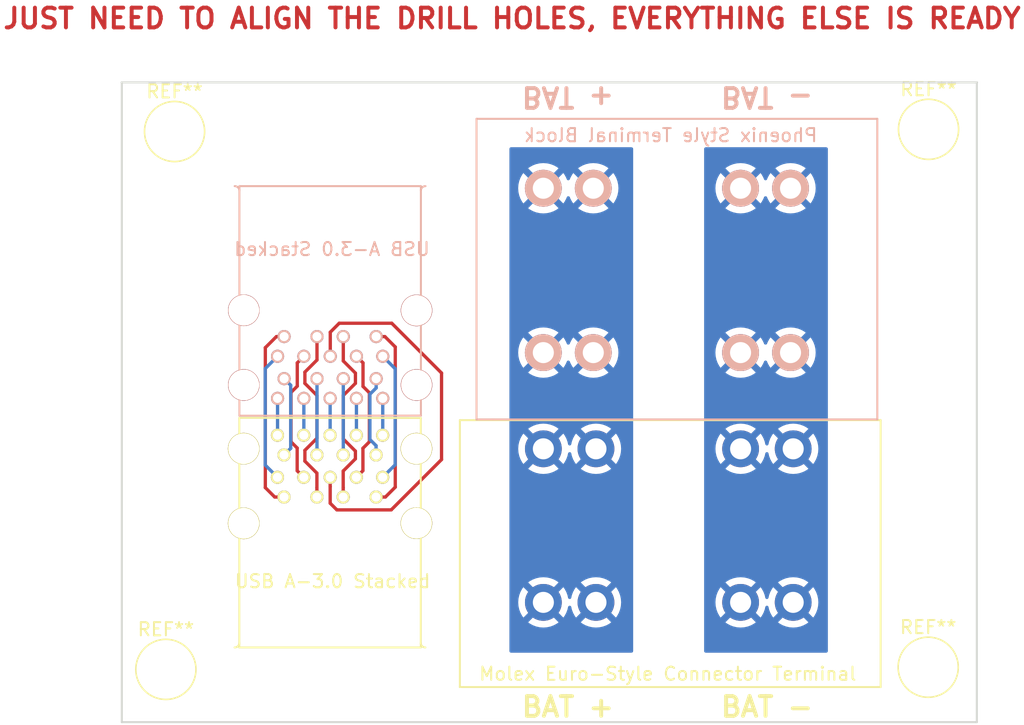
<source format=kicad_pcb>
(kicad_pcb (version 20221018) (generator pcbnew)
  (layers (0 "F.Cu" signal) (31 "B.Cu" signal) (34 "B.Paste" user) (35 "F.Paste" user) (36 "B.SilkS" user "B.Silkscreen") (37 "F.SilkS" user "F.Silkscreen") (38 "B.Mask" user) (39 "F.Mask" user) (44 "Edge.Cuts" user))
  (net 0 "")
  (net 1 "Net-(J1-Pad4)")
  (net 2 "Net-(J1-Pad1)")
  (net 3 "Net-(J1-Pad2)")
  (net 4 "Net-(J1-Pad3)")
  (net 5 "Net-(J1-Pad5)")
  (net 6 "Net-(J1-Pad6)")
  (net 7 "Net-(J1-Pad7)")
  (net 8 "Net-(J1-Pad8)")
  (net 9 "Net-(J1-Pad9)")
  (net 10 "Net-(J1-Pad10)")
  (net 11 "Net-(J1-Pad11)")
  (net 12 "Net-(J1-Pad12)")
  (net 13 "Net-(J1-Pad13)")
  (net 14 "Net-(J1-Pad14)")
  (net 15 "Net-(J1-Pad15)")
  (net 16 "Net-(J1-Pad16)")
  (net 17 "Net-(J1-Pad17)")
  (net 18 "Net-(J1-Pad18)")
  (net 19 "Net-(U1-Pad1)")
  (net 20 "Net-(U1-Pad2)")
  (footprint "USST-footprints:USB-A_3.0_Stacked_WM10420-ND" (layer "F.Cu") (at 128.25428 127.0508 90)
    (fp_text reference "USB A-3.0 Stacked" (at -8.90524 0.762 180) (layer "F.SilkS"))
    (fp_text value "Conn_02x09_Odd_Even")
    (fp_line (start -13.94 -6.33) (end -13.94 7.47) (stroke (width 0.15)) (layer "F.SilkS"))
    (fp_line (start -13.94 7.47) (end 3.52 7.47) (stroke (width 0.15)) (layer "F.SilkS"))
    (fp_line (start 3.51 7.47) (end 3.52 -6.33) (stroke (width 0.15)) (layer "F.SilkS"))
    (fp_line (start 3.52 -6.33) (end -13.94 -6.33) (stroke (width 0.15)) (layer "F.SilkS"))
    (fp_arc (start -13.94 7.82) (mid -13.847487 7.576655) (end -13.61 7.47) (stroke (width 0.15)) (layer "F.SilkS"))
    (fp_arc (start -13.6 -6.33) (mid -13.844558 -6.439584) (end -13.94 -6.69) (stroke (width 0.15)) (layer "F.SilkS"))
    (pad "" thru_hole circle (at -4.5 -6 90) (size 2.4 2.4) (drill 2.3) (layers "*.Cu" "*.Mask" "F.SilkS"))
    (pad "" thru_hole circle (at -4.49 7.14 90) (size 2.4 2.4) (drill 2.3) (layers "*.Cu" "*.Mask" "F.SilkS"))
    (pad "" thru_hole circle (at 1.18 -6 90) (size 2.4 2.4) (drill 2.3) (layers "*.Cu" "*.Mask" "F.SilkS"))
    (pad "" thru_hole circle (at 1.18 7.14 90) (size 2.4 2.4) (drill 2.3) (layers "*.Cu" "*.Mask" "F.SilkS"))
    (pad "1" thru_hole circle (at -2.5 -2.93 90) (size 1 1) (drill 0.7) (layers "*.Cu" "*.Mask" "F.SilkS") (net 2 "Net-(J1-Pad1)"))
    (pad "2" thru_hole circle (at -2.5 -0.43 90) (size 1 1) (drill 0.7) (layers "*.Cu" "*.Mask" "F.SilkS") (net 3 "Net-(J1-Pad2)"))
    (pad "3" thru_hole circle (at -2.5 1.57 90) (size 1 1) (drill 0.7) (layers "*.Cu" "*.Mask" "F.SilkS") (net 4 "Net-(J1-Pad3)"))
    (pad "4" thru_hole circle (at -2.5 4.07 90) (size 1 1) (drill 0.7) (layers "*.Cu" "*.Mask" "F.SilkS") (net 1 "Net-(J1-Pad4)"))
    (pad "5" thru_hole circle (at -1 4.57 90) (size 1 1) (drill 0.7) (layers "*.Cu" "*.Mask" "F.SilkS") (net 5 "Net-(J1-Pad5)"))
    (pad "6" thru_hole circle (at -1 2.57 90) (size 1 1) (drill 0.7) (layers "*.Cu" "*.Mask" "F.SilkS") (net 6 "Net-(J1-Pad6)"))
    (pad "7" thru_hole circle (at -1 0.58 90) (size 1 1) (drill 0.7) (layers "*.Cu" "*.Mask" "F.SilkS") (net 7 "Net-(J1-Pad7)"))
    (pad "8" thru_hole circle (at -1 -1.43 90) (size 1 1) (drill 0.7) (layers "*.Cu" "*.Mask" "F.SilkS") (net 8 "Net-(J1-Pad8)"))
    (pad "9" thru_hole circle (at -1 -3.43 90) (size 1 1) (drill 0.7) (layers "*.Cu" "*.Mask" "F.SilkS") (net 9 "Net-(J1-Pad9)"))
    (pad "10" thru_hole circle (at 0.7 -2.93 90) (size 1 1) (drill 0.7) (layers "*.Cu" "*.Mask" "F.SilkS") (net 10 "Net-(J1-Pad10)"))
    (pad "11" thru_hole circle (at 0.7 -0.43 90) (size 1 1) (drill 0.7) (layers "*.Cu" "*.Mask" "F.SilkS") (net 11 "Net-(J1-Pad11)"))
    (pad "12" thru_hole circle (at 0.7 1.57 90) (size 1 1) (drill 0.7) (layers "*.Cu" "*.Mask" "F.SilkS") (net 12 "Net-(J1-Pad12)"))
    (pad "13" thru_hole circle (at 0.7 4.07 90) (size 1 1) (drill 0.7) (layers "*.Cu" "*.Mask" "F.SilkS") (net 13 "Net-(J1-Pad13)"))
    (pad "14" thru_hole circle (at 2.2 4.57 90) (size 1 1) (drill 0.7) (layers "*.Cu" "*.Mask" "F.SilkS") (net 14 "Net-(J1-Pad14)"))
    (pad "15" thru_hole circle (at 2.2 2.57 90) (size 1 1) (drill 0.7) (layers "*.Cu" "*.Mask" "F.SilkS") (net 15 "Net-(J1-Pad15)"))
    (pad "16" thru_hole circle (at 2.2 0.57 90) (size 1 1) (drill 0.7) (layers "*.Cu" "*.Mask" "F.SilkS") (net 16 "Net-(J1-Pad16)"))
    (pad "17" thru_hole circle (at 2.2 -1.43 90) (size 1 1) (drill 0.7) (layers "*.Cu" "*.Mask" "F.SilkS") (net 17 "Net-(J1-Pad17)"))
    (pad "18" thru_hole circle (at 2.2 -3.43 90) (size 1 1) (drill 0.7) (layers "*.Cu" "*.Mask" "F.SilkS") (net 18 "Net-(J1-Pad18)"))
  )
  (footprint "USST-footprints:MolexEuroStyleTerminalBlock2Position" (layer "F.Cu") (at 154.6972 144.0024)
    (fp_text reference "Molex Euro-Style Connector Terminal" (at -0.18948 -1.00548) (layer "F.SilkS"))
    (fp_text value "PowerConnector")
    (fp_line (start -16 0) (end -16 -20.3) (stroke (width 0.15)) (layer "F.SilkS"))
    (fp_line (start 16 -20.3) (end -16 -20.3) (stroke (width 0.15)) (layer "F.SilkS"))
    (fp_line (start 16 0) (end -16 0) (stroke (width 0.15)) (layer "F.SilkS"))
    (fp_line (start 16 0) (end 16 -20.3) (stroke (width 0.15)) (layer "F.SilkS"))
    (pad "1" thru_hole circle (at -9.65 -18.12) (size 2.8 2.8) (drill 1.6) (layers "*.Cu" "*.Mask") (net 19 "Net-(U1-Pad1)"))
    (pad "1" thru_hole circle (at -9.65 -6.44) (size 2.8 2.8) (drill 1.6) (layers "*.Cu" "*.Mask") (net 19 "Net-(U1-Pad1)"))
    (pad "1" thru_hole circle (at -5.65 -18.12) (size 2.8 2.8) (drill 1.6) (layers "*.Cu" "*.Mask") (net 19 "Net-(U1-Pad1)"))
    (pad "1" thru_hole circle (at -5.65 -6.44) (size 2.8 2.8) (drill 1.6) (layers "*.Cu" "*.Mask") (net 19 "Net-(U1-Pad1)"))
    (pad "2" thru_hole circle (at 5.35 -18.12) (size 2.8 2.8) (drill 1.6) (layers "*.Cu" "*.Mask") (net 20 "Net-(U1-Pad2)"))
    (pad "2" thru_hole circle (at 5.35 -6.44) (size 2.8 2.8) (drill 1.6) (layers "*.Cu" "*.Mask") (net 20 "Net-(U1-Pad2)"))
    (pad "2" thru_hole circle (at 9.35 -18.12) (size 2.8 2.8) (drill 1.6) (layers "*.Cu" "*.Mask") (net 20 "Net-(U1-Pad2)"))
    (pad "2" thru_hole circle (at 9.35 -6.44) (size 2.8 2.8) (drill 1.6) (layers "*.Cu" "*.Mask") (net 20 "Net-(U1-Pad2)"))
  )
  (footprint "Connectors:1pin" (layer "F.Cu") (at 174.34004 101.5873)
    (fp_text reference "REF**" (at 0 -3.048) (layer "F.SilkS"))
    (fp_text value "1pin")
    (fp_circle (center 0 0) (end 0 -2.286) (stroke (width 0.12)) (fill none) (layer "F.SilkS"))
    (pad "" np_thru_hole circle (at 0 0) (size 3.2 3.2) (drill 3.2) (layers "*.Cu" "*.Mask"))
  )
  (footprint "Connectors:1pin" (layer "F.Cu") (at 174.31464 142.494)
    (fp_text reference "REF**" (at 0 -3.048) (layer "F.SilkS"))
    (fp_text value "1pin")
    (fp_circle (center 0 0) (end 0 -2.286) (stroke (width 0.12)) (fill none) (layer "F.SilkS"))
    (pad "" np_thru_hole circle (at 0 0) (size 3.2 3.2) (drill 3.2) (layers "*.Cu" "*.Mask"))
  )
  (footprint "Connectors:1pin" (layer "F.Cu") (at 116.33914 142.6591)
    (fp_text reference "REF**" (at 0 -3.048) (layer "F.SilkS"))
    (fp_text value "1pin")
    (fp_circle (center 0 0) (end 0 -2.286) (stroke (width 0.12)) (fill none) (layer "F.SilkS"))
    (pad "" np_thru_hole circle (at 0 0) (size 3.2 3.2) (drill 3.2) (layers "*.Cu" "*.Mask"))
  )
  (footprint "Connectors:1pin" (layer "F.Cu") (at 116.99954 101.7524)
    (fp_text reference "REF**" (at 0 -3.048) (layer "F.SilkS"))
    (fp_text value "1pin")
    (fp_circle (center 0 0) (end 0 -2.286) (stroke (width 0.12)) (fill none) (layer "F.SilkS"))
    (pad "" np_thru_hole circle (at 0 0) (size 3.2 3.2) (drill 3.2) (layers "*.Cu" "*.Mask"))
  )
  (footprint "USST-footprints:USB-A_3.0_Stacked_WM10420-ND" (layer "B.Cu") (at 128.26136 119.847 -90)
    (fp_text reference "USB A-3.0 Stacked" (at -9.14872 -0.7092) (layer "B.SilkS") (effects (justify mirror)))
    (fp_text value "Conn_02x09_Odd_Even")
    (fp_line (start -13.94 -7.47) (end 3.52 -7.47) (stroke (width 0.15)) (layer "B.SilkS"))
    (fp_line (start -13.94 6.33) (end -13.94 -7.47) (stroke (width 0.15)) (layer "B.SilkS"))
    (fp_line (start 3.51 -7.47) (end 3.52 6.33) (stroke (width 0.15)) (layer "B.SilkS"))
    (fp_line (start 3.52 6.33) (end -13.94 6.33) (stroke (width 0.15)) (layer "B.SilkS"))
    (fp_arc (start -13.94 6.69) (mid -13.844558 6.439584) (end -13.6 6.33) (stroke (width 0.15)) (layer "B.SilkS"))
    (fp_arc (start -13.61 -7.47) (mid -13.847487 -7.576655) (end -13.94 -7.82) (stroke (width 0.15)) (layer "B.SilkS"))
    (pad "" thru_hole circle (at -4.5 6 270) (size 2.4 2.4) (drill 2.3) (layers "*.Cu" "*.Mask" "B.SilkS"))
    (pad "" thru_hole circle (at -4.49 -7.14 270) (size 2.4 2.4) (drill 2.3) (layers "*.Cu" "*.Mask" "B.SilkS"))
    (pad "" thru_hole circle (at 1.18 -7.14 270) (size 2.4 2.4) (drill 2.3) (layers "*.Cu" "*.Mask" "B.SilkS"))
    (pad "" thru_hole circle (at 1.18 6 270) (size 2.4 2.4) (drill 2.3) (layers "*.Cu" "*.Mask" "B.SilkS"))
    (pad "1" thru_hole circle (at -2.5 2.93 270) (size 1 1) (drill 0.7) (layers "*.Cu" "*.Mask" "B.SilkS") (net 2 "Net-(J1-Pad1)"))
    (pad "2" thru_hole circle (at -2.5 0.43 270) (size 1 1) (drill 0.7) (layers "*.Cu" "*.Mask" "B.SilkS") (net 3 "Net-(J1-Pad2)"))
    (pad "3" thru_hole circle (at -2.5 -1.57 270) (size 1 1) (drill 0.7) (layers "*.Cu" "*.Mask" "B.SilkS") (net 4 "Net-(J1-Pad3)"))
    (pad "4" thru_hole circle (at -2.5 -4.07 270) (size 1 1) (drill 0.7) (layers "*.Cu" "*.Mask" "B.SilkS") (net 1 "Net-(J1-Pad4)"))
    (pad "5" thru_hole circle (at -1 -4.57 270) (size 1 1) (drill 0.7) (layers "*.Cu" "*.Mask" "B.SilkS") (net 5 "Net-(J1-Pad5)"))
    (pad "6" thru_hole circle (at -1 -2.57 270) (size 1 1) (drill 0.7) (layers "*.Cu" "*.Mask" "B.SilkS") (net 6 "Net-(J1-Pad6)"))
    (pad "7" thru_hole circle (at -1 -0.58 270) (size 1 1) (drill 0.7) (layers "*.Cu" "*.Mask" "B.SilkS") (net 7 "Net-(J1-Pad7)"))
    (pad "8" thru_hole circle (at -1 1.43 270) (size 1 1) (drill 0.7) (layers "*.Cu" "*.Mask" "B.SilkS") (net 8 "Net-(J1-Pad8)"))
    (pad "9" thru_hole circle (at -1 3.43 270) (size 1 1) (drill 0.7) (layers "*.Cu" "*.Mask" "B.SilkS") (net 9 "Net-(J1-Pad9)"))
    (pad "10" thru_hole circle (at 0.7 2.93 270) (size 1 1) (drill 0.7) (layers "*.Cu" "*.Mask" "B.SilkS") (net 10 "Net-(J1-Pad10)"))
    (pad "11" thru_hole circle (at 0.7 0.43 270) (size 1 1) (drill 0.7) (layers "*.Cu" "*.Mask" "B.SilkS") (net 11 "Net-(J1-Pad11)"))
    (pad "12" thru_hole circle (at 0.7 -1.57 270) (size 1 1) (drill 0.7) (layers "*.Cu" "*.Mask" "B.SilkS") (net 12 "Net-(J1-Pad12)"))
    (pad "13" thru_hole circle (at 0.7 -4.07 270) (size 1 1) (drill 0.7) (layers "*.Cu" "*.Mask" "B.SilkS") (net 13 "Net-(J1-Pad13)"))
    (pad "14" thru_hole circle (at 2.2 -4.57 270) (size 1 1) (drill 0.7) (layers "*.Cu" "*.Mask" "B.SilkS") (net 14 "Net-(J1-Pad14)"))
    (pad "15" thru_hole circle (at 2.2 -2.57 270) (size 1 1) (drill 0.7) (layers "*.Cu" "*.Mask" "B.SilkS") (net 15 "Net-(J1-Pad15)"))
    (pad "16" thru_hole circle (at 2.2 -0.57 270) (size 1 1) (drill 0.7) (layers "*.Cu" "*.Mask" "B.SilkS") (net 16 "Net-(J1-Pad16)"))
    (pad "17" thru_hole circle (at 2.2 1.43 270) (size 1 1) (drill 0.7) (layers "*.Cu" "*.Mask" "B.SilkS") (net 17 "Net-(J1-Pad17)"))
    (pad "18" thru_hole circle (at 2.2 3.43 270) (size 1 1) (drill 0.7) (layers "*.Cu" "*.Mask" "B.SilkS") (net 18 "Net-(J1-Pad18)"))
  )
  (footprint "USST-footprints:Phoenix_Contact_1770539" (layer "B.Cu") (at 145.044 118.5672)
    (fp_text reference "Phoenix Style Terminal Block" (at 9.68724 -16.53032) (layer "B.SilkS") (effects (justify mirror)))
    (fp_text value "PowerConnector")
    (fp_line (start -5.08 -17.78) (end -5.08 5.08) (stroke (width 0.15)) (layer "B.SilkS"))
    (fp_line (start -5.08 5.08) (end -3.81 5.08) (stroke (width 0.15)) (layer "B.SilkS"))
    (fp_line (start -3.81 5.08) (end 25.4 5.08) (stroke (width 0.15)) (layer "B.SilkS"))
    (fp_line (start 25.4 -17.78) (end -5.08 -17.78) (stroke (width 0.15)) (layer "B.SilkS"))
    (fp_line (start 25.4 5.08) (end 25.4 -17.78) (stroke (width 0.15)) (layer "B.SilkS"))
    (pad "1" thru_hole circle (at 0 -12.5) (size 2.8 2.8) (drill 1.6) (layers "*.Cu" "*.Mask" "B.SilkS") (net 19 "Net-(U1-Pad1)"))
    (pad "1" thru_hole circle (at 0 0) (size 2.8 2.8) (drill 1.6) (layers "*.Cu" "*.Mask" "B.SilkS") (net 19 "Net-(U1-Pad1)"))
    (pad "1" thru_hole circle (at 3.8 -12.5) (size 2.8 2.8) (drill 1.6) (layers "*.Cu" "*.Mask" "B.SilkS") (net 19 "Net-(U1-Pad1)"))
    (pad "1" thru_hole circle (at 3.8 0) (size 2.8 2.8) (drill 1.6) (layers "*.Cu" "*.Mask" "B.SilkS") (net 19 "Net-(U1-Pad1)"))
    (pad "2" thru_hole circle (at 15 -12.5) (size 2.8 2.8) (drill 1.6) (layers "*.Cu" "*.Mask" "B.SilkS") (net 20 "Net-(U1-Pad2)"))
    (pad "2" thru_hole circle (at 15 0) (size 2.8 2.8) (drill 1.6) (layers "*.Cu" "*.Mask" "B.SilkS") (net 20 "Net-(U1-Pad2)"))
    (pad "2" thru_hole circle (at 18.8 -12.5) (size 2.8 2.8) (drill 1.6) (layers "*.Cu" "*.Mask" "B.SilkS") (net 20 "Net-(U1-Pad2)"))
    (pad "2" thru_hole circle (at 18.8 0) (size 2.8 2.8) (drill 1.6) (layers "*.Cu" "*.Mask" "B.SilkS") (net 20 "Net-(U1-Pad2)"))
  )
  (gr_line (start 112.98634 98.0186) (end 178.03574 98.0186) (stroke (width 0.15)) (layer "Edge.Cuts"))
  (gr_line (start 112.98634 146.6723) (end 112.98634 98.0186) (stroke (width 0.15)) (layer "Edge.Cuts"))
  (gr_line (start 112.98634 98.0186) (end 112.97364 98.0186) (stroke (width 0.15)) (layer "Edge.Cuts"))
  (gr_line (start 178.01034 146.6723) (end 112.98634 146.6723) (stroke (width 0.15)) (layer "Edge.Cuts"))
  (gr_line (start 178.01034 98.0186) (end 178.01034 146.6723) (stroke (width 0.15)) (layer "Edge.Cuts"))
  (gr_text "JUST NEED TO ALIGN THE DRILL HOLES, EVERYTHING ELSE IS READY" (at 142.66624 93.1545) (layer "F.Cu") (effects (font (size 1.5 1.5) (thickness 0.3))))
  (gr_text "BAT +" (at 146.90804 99.13112 180) (layer "B.SilkS") (effects (font (size 1.5 1.5) (thickness 0.3)) (justify mirror)))
  (gr_text "BAT -" (at 162.05152 99.13112 180) (layer "B.SilkS") (effects (font (size 1.5 1.5) (thickness 0.3)) (justify mirror)))
  (gr_text "BAT -" (at 162.05152 145.51152) (layer "F.SilkS") (effects (font (size 1.5 1.5) (thickness 0.3))))
  (gr_text "BAT +" (at 146.90804 145.51152) (layer "F.SilkS") (effects (font (size 1.5 1.5) (thickness 0.3))))
  (segment (start 133.78357 118.137719) (end 133.78357 128.798616) (width 0.25) (layer "F.Cu") (net 1))
  (segment (start 132.992851 117.347) (end 133.78357 118.137719) (width 0.25) (layer "F.Cu") (net 1))
  (segment (start 133.78357 128.798616) (end 133.031386 129.5508) (width 0.25) (layer "F.Cu") (net 1))
  (segment (start 132.33136 117.347) (end 132.992851 117.347) (width 0.25) (layer "F.Cu") (net 1))
  (segment (start 133.031386 129.5508) (end 132.32428 129.5508) (width 0.25) (layer "F.Cu") (net 1))
  (segment (start 124.617174 129.5508) (end 125.32428 129.5508) (width 0.25) (layer "F.Cu") (net 2))
  (segment (start 123.901795 118.191007) (end 123.901795 128.835421) (width 0.25) (layer "F.Cu") (net 2))
  (segment (start 124.745802 117.347) (end 123.901795 118.191007) (width 0.25) (layer "F.Cu") (net 2))
  (segment (start 123.901795 128.835421) (end 124.617174 129.5508) (width 0.25) (layer "F.Cu") (net 2))
  (segment (start 125.33136 117.347) (end 124.745802 117.347) (width 0.25) (layer "F.Cu") (net 2))
  (segment (start 126.911103 125.997843) (end 126.911103 126.82043) (width 0.25) (layer "F.Cu") (net 3))
  (segment (start 127.82428 127.733607) (end 127.82428 128.843694) (width 0.25) (layer "F.Cu") (net 3))
  (segment (start 127.828027 121.822665) (end 127.828027 125.080919) (width 0.25) (layer "F.Cu") (net 3))
  (segment (start 127.82428 128.843694) (end 127.82428 129.5508) (width 0.25) (layer "F.Cu") (net 3))
  (segment (start 126.910631 120.049019) (end 126.910631 120.905269) (width 0.25) (layer "F.Cu") (net 3))
  (segment (start 126.911103 126.82043) (end 127.82428 127.733607) (width 0.25) (layer "F.Cu") (net 3))
  (segment (start 127.828027 125.080919) (end 126.911103 125.997843) (width 0.25) (layer "F.Cu") (net 3))
  (segment (start 126.910631 120.905269) (end 127.828027 121.822665) (width 0.25) (layer "F.Cu") (net 3))
  (segment (start 127.83136 117.347) (end 127.83136 119.12829) (width 0.25) (layer "F.Cu") (net 3))
  (segment (start 127.83136 119.12829) (end 126.910631 120.049019) (width 0.25) (layer "F.Cu") (net 3))
  (segment (start 130.754486 120.902872) (end 129.835282 121.822076) (width 0.25) (layer "F.Cu") (net 4))
  (segment (start 129.835282 121.822076) (end 129.835282 125.1408) (width 0.25) (layer "F.Cu") (net 4))
  (segment (start 129.82428 128.843694) (end 129.82428 129.5508) (width 0.25) (layer "F.Cu") (net 4))
  (segment (start 129.835282 125.1408) (end 130.752801 126.058319) (width 0.25) (layer "F.Cu") (net 4))
  (segment (start 130.752801 126.643281) (end 129.82428 127.571802) (width 0.25) (layer "F.Cu") (net 4))
  (segment (start 129.82428 127.571802) (end 129.82428 128.843694) (width 0.25) (layer "F.Cu") (net 4))
  (segment (start 129.83136 119.202695) (end 130.754486 120.125821) (width 0.25) (layer "F.Cu") (net 4))
  (segment (start 129.83136 117.347) (end 129.83136 119.202695) (width 0.25) (layer "F.Cu") (net 4))
  (segment (start 130.752801 126.058319) (end 130.752801 126.643281) (width 0.25) (layer "F.Cu") (net 4))
  (segment (start 130.754486 120.125821) (end 130.754486 120.902872) (width 0.25) (layer "F.Cu") (net 4))
  (segment (start 133.324279 127.550801) (end 132.82428 128.0508) (width 0.25) (layer "B.Cu") (net 5))
  (segment (start 132.83136 118.847) (end 133.776648 119.792288) (width 0.25) (layer "B.Cu") (net 5))
  (segment (start 133.776648 127.098432) (end 133.324279 127.550801) (width 0.25) (layer "B.Cu") (net 5))
  (segment (start 133.776648 119.792288) (end 133.776648 127.098432) (width 0.25) (layer "B.Cu") (net 5))
  (segment (start 130.83136 118.847) (end 131.331359 119.346999) (width 0.25) (layer "F.Cu") (net 6))
  (segment (start 131.331359 119.346999) (end 131.331359 121.138585) (width 0.25) (layer "F.Cu") (net 6))
  (segment (start 131.815493 121.622719) (end 131.815493 125.348668) (width 0.25) (layer "F.Cu") (net 6))
  (segment (start 131.324279 127.547303) (end 130.82428 128.047302) (width 0.25) (layer "F.Cu") (net 6))
  (segment (start 131.324279 125.839882) (end 131.324279 127.547303) (width 0.25) (layer "F.Cu") (net 6))
  (segment (start 130.82428 128.047302) (end 130.82428 128.0508) (width 0.25) (layer "F.Cu") (net 6))
  (segment (start 131.331359 121.138585) (end 131.815493 121.622719) (width 0.25) (layer "F.Cu") (net 6))
  (segment (start 131.815493 125.348668) (end 131.324279 125.839882) (width 0.25) (layer "F.Cu") (net 6))
  (segment (start 128.84136 118.847) (end 128.84136 117.013591) (width 0.25) (layer "F.Cu") (net 7))
  (segment (start 128.83428 130.019378) (end 128.83428 128.757906) (width 0.25) (layer "F.Cu") (net 7))
  (segment (start 133.516488 116.332865) (end 137.303568 120.119945) (width 0.25) (layer "F.Cu") (net 7))
  (segment (start 133.475024 130.527505) (end 129.342407 130.527505) (width 0.25) (layer "F.Cu") (net 7))
  (segment (start 137.303568 120.119945) (end 137.303568 126.698961) (width 0.25) (layer "F.Cu") (net 7))
  (segment (start 128.84136 117.013591) (end 129.522086 116.332865) (width 0.25) (layer "F.Cu") (net 7))
  (segment (start 129.342407 130.527505) (end 128.83428 130.019378) (width 0.25) (layer "F.Cu") (net 7))
  (segment (start 129.522086 116.332865) (end 133.516488 116.332865) (width 0.25) (layer "F.Cu") (net 7))
  (segment (start 137.303568 126.698961) (end 133.475024 130.527505) (width 0.25) (layer "F.Cu") (net 7))
  (segment (start 128.83428 128.757906) (end 128.83428 128.0508) (width 0.25) (layer "F.Cu") (net 7))
  (segment (start 125.857303 125.354986) (end 126.324281 125.821964) (width 0.25) (layer "F.Cu") (net 8))
  (segment (start 126.83136 118.847) (end 126.331361 119.346999) (width 0.25) (layer "F.Cu") (net 8))
  (segment (start 126.324281 127.550801) (end 126.82428 128.0508) (width 0.25) (layer "F.Cu") (net 8))
  (segment (start 126.324281 125.821964) (end 126.324281 127.550801) (width 0.25) (layer "F.Cu") (net 8))
  (segment (start 126.331361 121.117394) (end 125.857303 121.591452) (width 0.25) (layer "F.Cu") (net 8))
  (segment (start 125.857303 121.591452) (end 125.857303 125.354986) (width 0.25) (layer "F.Cu") (net 8))
  (segment (start 126.331361 119.346999) (end 126.331361 121.117394) (width 0.25) (layer "F.Cu") (net 8))
  (segment (start 123.894872 127.121392) (end 124.324281 127.550801) (width 0.25) (layer "B.Cu") (net 9))
  (segment (start 123.894872 119.783488) (end 123.894872 127.121392) (width 0.25) (layer "B.Cu") (net 9))
  (segment (start 124.83136 118.847) (end 123.894872 119.783488) (width 0.25) (layer "B.Cu") (net 9))
  (segment (start 124.324281 127.550801) (end 124.82428 128.0508) (width 0.25) (layer "B.Cu") (net 9))
  (segment (start 125.831359 125.843721) (end 125.824279 125.850801) (width 0.25) (layer "B.Cu") (net 10))
  (segment (start 125.831359 121.046999) (end 125.831359 125.843721) (width 0.25) (layer "B.Cu") (net 10))
  (segment (start 125.33136 120.547) (end 125.831359 121.046999) (width 0.25) (layer "B.Cu") (net 10))
  (segment (start 125.824279 125.850801) (end 125.32428 126.3508) (width 0.25) (layer "B.Cu") (net 10))
  (segment (start 127.83136 120.547) (end 127.83136 126.34372) (width 0.25) (layer "B.Cu") (net 11))
  (segment (start 127.83136 126.34372) (end 127.82428 126.3508) (width 0.25) (layer "B.Cu") (net 11))
  (segment (start 129.83136 120.547) (end 129.83136 126.34372) (width 0.25) (layer "B.Cu") (net 12))
  (segment (start 129.83136 126.34372) (end 129.82428 126.3508) (width 0.25) (layer "B.Cu") (net 12))
  (segment (start 131.85551 125.174924) (end 132.32428 125.643694) (width 0.25) (layer "B.Cu") (net 13))
  (segment (start 132.33136 121.254106) (end 131.85551 121.729956) (width 0.25) (layer "B.Cu") (net 13))
  (segment (start 132.33136 120.547) (end 132.33136 121.254106) (width 0.25) (layer "B.Cu") (net 13))
  (segment (start 132.32428 125.643694) (end 132.32428 126.3508) (width 0.25) (layer "B.Cu") (net 13))
  (segment (start 131.85551 121.729956) (end 131.85551 125.174924) (width 0.25) (layer "B.Cu") (net 13))
  (segment (start 132.83136 124.84372) (end 132.82428 124.8508) (width 0.25) (layer "B.Cu") (net 14))
  (segment (start 132.83136 122.047) (end 132.83136 124.84372) (width 0.25) (layer "B.Cu") (net 14))
  (segment (start 130.83136 122.047) (end 130.83136 124.84372) (width 0.25) (layer "B.Cu") (net 15))
  (segment (start 130.83136 124.84372) (end 130.82428 124.8508) (width 0.25) (layer "B.Cu") (net 15))
  (segment (start 128.83136 122.047) (end 128.83136 124.84372) (width 0.25) (layer "B.Cu") (net 16))
  (segment (start 128.83136 124.84372) (end 128.82428 124.8508) (width 0.25) (layer "B.Cu") (net 16))
  (segment (start 126.83136 122.047) (end 126.83136 124.84372) (width 0.25) (layer "B.Cu") (net 17))
  (segment (start 126.83136 124.84372) (end 126.82428 124.8508) (width 0.25) (layer "B.Cu") (net 17))
  (segment (start 124.83136 124.84372) (end 124.82428 124.8508) (width 0.25) (layer "B.Cu") (net 18))
  (segment (start 124.83136 122.047) (end 124.83136 124.84372) (width 0.25) (layer "B.Cu") (net 18))
  (zone (net 19) (net_name "Net-(U1-Pad1)") (layer "B.Cu") (connect_pads (clearance 0.508)) (min_thickness 0.254) (fill yes (thermal_gap 0.508) (thermal_bridge_width 0.508))
    (polygon (pts (xy 151.87628 141.39164) (xy 142.46304 141.39164) (xy 142.46304 102.9462) (xy 151.87628 102.9462)))
  )
  (zone (net 20) (net_name "Net-(U1-Pad2)") (layer "B.Cu") (connect_pads (clearance 0.508)) (min_thickness 0.254) (fill yes (thermal_gap 0.508) (thermal_bridge_width 0.508))
    (polygon (pts (xy 166.68448 141.39164) (xy 157.27124 141.39164) (xy 157.27124 102.9462) (xy 166.68448 102.9462)))
  )
)
</source>
